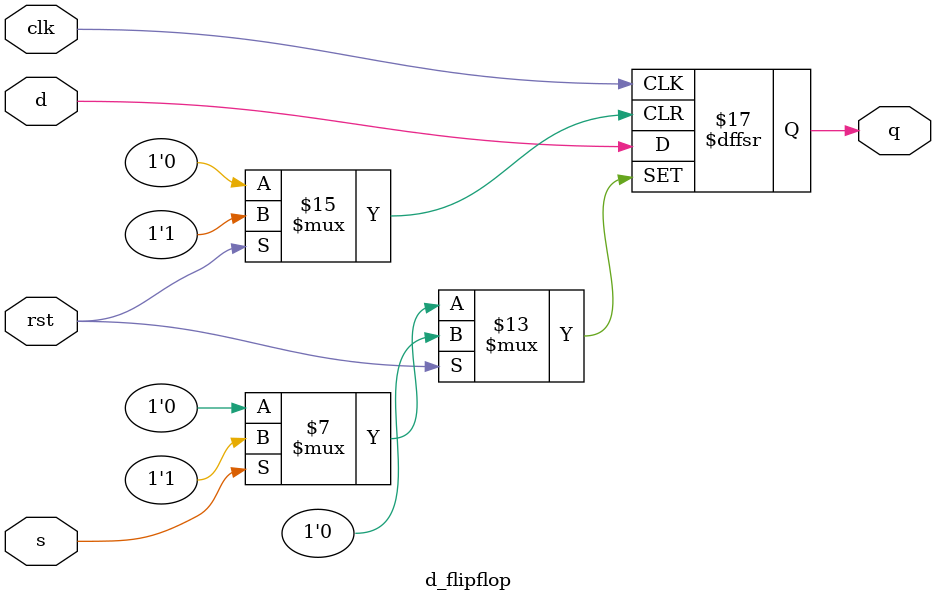
<source format=v>
`timescale 1ns / 1ps


module d_flipflop(
input wire clk, d, rst,s,
output reg q = 1'b0);
//FPGA have single output F
//Note, this design is using 3 FF elements. Sync reset is using 1 FF.
always@(posedge clk,posedge s,posedge rst)
begin
if(rst == 1'b1)
	q <= 1'b0;
else if(s == 1'b1)
    q <= 1'b1;
else
	q <= d;
end
endmodule

</source>
